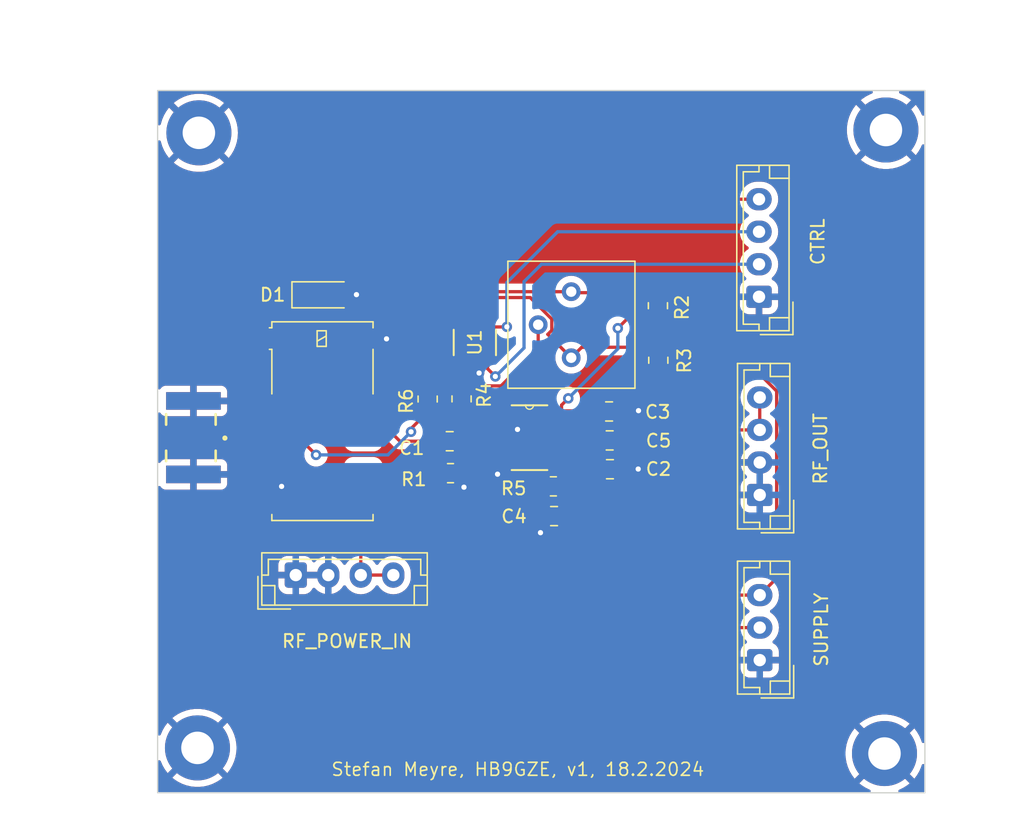
<source format=kicad_pcb>
(kicad_pcb (version 20221018) (generator pcbnew)
  (layers (0 "F.Cu" signal) (31 "B.Cu" signal) (34 "B.Paste" user) (35 "F.Paste" user) (36 "B.SilkS" user "B.Silkscreen") (37 "F.SilkS" user "F.Silkscreen") (38 "B.Mask" user) (39 "F.Mask" user) (44 "Edge.Cuts" user))
  (net 0 "")
  (net 1 "/RF2")
  (net 2 "/RF3")
  (net 3 "-5V")
  (net 4 "GND")
  (net 5 "+5V")
  (net 6 "Net-(U2-FDBK)")
  (net 7 "Net-(U2-VOUT)")
  (net 8 "Net-(RF_OUT1-Pin_3)")
  (net 9 "/PTT")
  (net 10 "/RF1")
  (net 11 "/RF_PWR_IN")
  (net 12 "/SCL")
  (net 13 "/SDA")
  (net 15 "Net-(K1-Pad4)")
  (net 16 "/A")
  (net 17 "/B")
  (net 18 "/W")
  (net 19 "Net-(U2-GPOS)")
  (footprint "Relay_SMD:Relay_DPDT_Kemet_EE2_NUH" (layer "F.Cu") (at 131.475 67.945)
    (fp_text reference "K1" hide)
    (fp_text value "EE2-3NUH" hide)
    (fp_line (start -3.89 -7.64) (end -3.89 -7.18) (stroke (width 0.12)) (layer "F.SilkS"))
    (fp_line (start -3.89 -7.18) (end -4.08 -7.18) (stroke (width 0.12)) (layer "F.SilkS"))
    (fp_line (start -3.89 -5.52) (end -4.08 -5.52) (stroke (width 0.12)) (layer "F.SilkS"))
    (fp_line (start -3.89 -5.52) (end -3.89 -2.1) (stroke (width 0.12)) (layer "F.SilkS"))
    (fp_line (start -3.89 7.18) (end -3.89 7.64) (stroke (width 0.12)) (layer "F.SilkS"))
    (fp_line (start -0.41 -6.95) (end -0.41 -5.75) (stroke (width 0.12)) (layer "F.SilkS"))
    (fp_line (start -0.41 -6.15) (end 0.29 -6.55) (stroke (width 0.12)) (layer "F.SilkS"))
    (fp_line (start -0.41 -5.75) (end 0.29 -5.75) (stroke (width 0.12)) (layer "F.SilkS"))
    (fp_line (start 0.29 -6.95) (end -0.41 -6.95) (stroke (width 0.12)) (layer "F.SilkS"))
    (fp_line (start 0.29 -5.75) (end 0.29 -6.95) (stroke (width 0.12)) (layer "F.SilkS"))
    (fp_line (start 3.89 -7.64) (end -3.89 -7.64) (stroke (width 0.12)) (layer "F.SilkS"))
    (fp_line (start 3.89 -7.64) (end 3.89 -7.18) (stroke (width 0.12)) (layer "F.SilkS"))
    (fp_line (start 3.89 -5.52) (end 3.89 -2.1) (stroke (width 0.12)) (layer "F.SilkS"))
    (fp_line (start 3.89 7.18) (end 3.89 7.64) (stroke (width 0.12)) (layer "F.SilkS"))
    (fp_line (start 3.89 7.64) (end -3.89 7.64) (stroke (width 0.12)) (layer "F.SilkS"))
    (pad "1" smd roundrect (at -3.145 -6.35 270) (size 1.11 2) (layers "F.Cu" "F.Paste" "F.Mask") (roundrect_rratio 0.225) (net 9 "/PTT"))
    (pad "3" smd roundrect (at -3.145 -1.27 270) (size 1.11 2) (layers "F.Cu" "F.Paste" "F.Mask") (roundrect_rratio 0.225))
    (pad "4" smd roundrect (at -3.145 1.27 270) (size 1.11 2) (layers "F.Cu" "F.Paste" "F.Mask") (roundrect_rratio 0.225) (net 15 "Net-(K1-Pad4)"))
    (pad "5" smd roundrect (at -3.145 3.81 270) (size 1.11 2) (layers "F.Cu" "F.Paste" "F.Mask") (roundrect_rratio 0.225) (net 4 "GND"))
    (pad "8" smd roundrect (at 3.145 3.81 270) (size 1.11 2) (layers "F.Cu" "F.Paste" "F.Mask") (roundrect_rratio 0.225) (net 11 "/RF_PWR_IN"))
    (pad "9" smd roundrect (at 3.145 1.27 270) (size 1.11 2) (layers "F.Cu" "F.Paste" "F.Mask") (roundrect_rratio 0.225) (net 10 "/RF1"))
    (pad "10" smd roundrect (at 3.145 -1.27 270) (size 1.11 2) (layers "F.Cu" "F.Paste" "F.Mask") (roundrect_rratio 0.225) (net 1 "/RF2"))
    (pad "12" smd roundrect (at 3.145 -6.35 270) (size 1.11 2) (layers "F.Cu" "F.Paste" "F.Mask") (roundrect_rratio 0.225) (net 4 "GND"))
  )
  (footprint "Resistor_SMD:R_0805_2012Metric_Pad1.20x1.40mm_HandSolder" (layer "F.Cu") (at 157.3008 63.262411 90)
    (fp_text reference "R3" (at -0.029867 2.001059 90) (layer "F.SilkS"))
    (fp_text value "10k" hide)
    (fp_line (start -0.227064 -0.735) (end 0.227064 -0.735) (stroke (width 0.12)) (layer "F.SilkS"))
    (fp_line (start -0.227064 0.735) (end 0.227064 0.735) (stroke (width 0.12)) (layer "F.SilkS"))
    (pad "1" smd roundrect (at -1 0 90) (size 1.2 1.4) (layers "F.Cu" "F.Paste" "F.Mask") (roundrect_rratio 0.2083333333) (net 3 "-5V"))
    (pad "2" smd roundrect (at 1 0 90) (size 1.2 1.4) (layers "F.Cu" "F.Paste" "F.Mask") (roundrect_rratio 0.2083333333) (net 17 "/B"))
  )
  (footprint "Resistor_SMD:R_0805_2012Metric_Pad1.20x1.40mm_HandSolder" (layer "F.Cu") (at 149.232463 72.958273 180)
    (fp_text reference "R5" (at 3.054029 -0.162154) (layer "F.SilkS"))
    (fp_text value "0R" hide)
    (fp_line (start -0.227064 -0.735) (end 0.227064 -0.735) (stroke (width 0.12)) (layer "F.SilkS"))
    (fp_line (start -0.227064 0.735) (end 0.227064 0.735) (stroke (width 0.12)) (layer "F.SilkS"))
    (pad "1" smd roundrect (at -1 0 180) (size 1.2 1.4) (layers "F.Cu" "F.Paste" "F.Mask") (roundrect_rratio 0.2083333333) (net 6 "Net-(U2-FDBK)"))
    (pad "2" smd roundrect (at 1 0 180) (size 1.2 1.4) (layers "F.Cu" "F.Paste" "F.Mask") (roundrect_rratio 0.2083333333) (net 7 "Net-(U2-VOUT)"))
  )
  (footprint "Capacitor_SMD:C_0805_2012Metric_Pad1.18x1.45mm_HandSolder" (layer "F.Cu") (at 153.58151 71.641025)
    (fp_text reference "C2" (at 3.736033 -0.013143) (layer "F.SilkS"))
    (fp_text value "100nF" hide)
    (fp_line (start -0.261252 -0.735) (end 0.261252 -0.735) (stroke (width 0.12)) (layer "F.SilkS"))
    (fp_line (start -0.261252 0.735) (end 0.261252 0.735) (stroke (width 0.12)) (layer "F.SilkS"))
    (pad "1" smd roundrect (at -1.0375 0) (size 1.175 1.45) (layers "F.Cu" "F.Paste" "F.Mask") (roundrect_rratio 0.2127659574) (net 3 "-5V"))
    (pad "2" smd roundrect (at 1.0375 0) (size 1.175 1.45) (layers "F.Cu" "F.Paste" "F.Mask") (roundrect_rratio 0.2127659574) (net 4 "GND"))
  )
  (footprint "Potentiometer_THT:Potentiometer_Bourns_3386P_Vertical" (layer "F.Cu") (at 150.603975 57.989623 180)
    (fp_text reference "RV1" hide)
    (fp_text value "5k" hide)
    (fp_line (start -4.9 -7.425) (end -4.9 2.345) (stroke (width 0.12)) (layer "F.SilkS"))
    (fp_line (start -4.9 -7.425) (end 4.87 -7.425) (stroke (width 0.12)) (layer "F.SilkS"))
    (fp_line (start -4.9 2.345) (end 4.87 2.345) (stroke (width 0.12)) (layer "F.SilkS"))
    (fp_line (start 4.87 -7.425) (end 4.87 2.345) (stroke (width 0.12)) (layer "F.SilkS"))
    (pad "1" thru_hole circle (at 0 0 180) (size 1.44 1.44) (drill 0.8) (layers "*.Cu" "*.Mask") (net 16 "/A"))
    (pad "2" thru_hole circle (at 2.54 -2.54 180) (size 1.44 1.44) (drill 0.8) (layers "*.Cu" "*.Mask") (net 18 "/W"))
    (pad "3" thru_hole circle (at 0 -5.08 180) (size 1.44 1.44) (drill 0.8) (layers "*.Cu" "*.Mask") (net 17 "/B"))
  )
  (footprint "Diode_SMD:D_SOD-123" (layer "F.Cu") (at 131.489604 58.230982)
    (fp_text reference "D1" (at -3.845191 0) (layer "F.SilkS"))
    (fp_text value "1N4148W" hide)
    (fp_line (start -2.36 -1) (end -2.36 1) (stroke (width 0.12)) (layer "F.SilkS"))
    (fp_line (start -2.36 -1) (end 1.65 -1) (stroke (width 0.12)) (layer "F.SilkS"))
    (fp_line (start -2.36 1) (end 1.65 1) (stroke (width 0.12)) (layer "F.SilkS"))
    (pad "1" smd roundrect (at -1.65 0) (size 0.9 1.2) (layers "F.Cu" "F.Paste" "F.Mask") (net 9 "/PTT"))
    (pad "2" smd roundrect (at 1.65 0) (size 0.9 1.2) (layers "F.Cu" "F.Paste" "F.Mask") (net 4 "GND"))
  )
  (footprint "Capacitor_SMD:C_0805_2012Metric_Pad1.18x1.45mm_HandSolder" (layer "F.Cu") (at 149.283362 75.245614)
    (fp_text reference "C4" (at -3.07838 0.025204) (layer "F.SilkS"))
    (fp_text value "5.6pF" hide)
    (fp_line (start -0.261252 -0.735) (end 0.261252 -0.735) (stroke (width 0.12)) (layer "F.SilkS"))
    (fp_line (start -0.261252 0.735) (end 0.261252 0.735) (stroke (width 0.12)) (layer "F.SilkS"))
    (pad "1" smd roundrect (at -1.0375 0) (size 1.175 1.45) (layers "F.Cu" "F.Paste" "F.Mask") (roundrect_rratio 0.2127659574) (net 4 "GND"))
    (pad "2" smd roundrect (at 1.0375 0) (size 1.175 1.45) (layers "F.Cu" "F.Paste" "F.Mask") (roundrect_rratio 0.2127659574) (net 6 "Net-(U2-FDBK)"))
  )
  (footprint "Private:AD603" (layer "F.Cu") (at 147.3962 69.215)
    (fp_text reference "U2" hide)
    (fp_text value "AD603ARZ" hide)
    (fp_line (start -1.3716 2.4892) (end 1.3716 2.4892) (stroke (width 0.1524)) (layer "F.SilkS"))
    (fp_line (start -0.3048 -2.4892) (end -1.3716 -2.4892) (stroke (width 0.1524)) (layer "F.SilkS"))
    (fp_line (start 0.3048 -2.4892) (end -0.3048 -2.4892) (stroke (width 0.1524)) (layer "F.SilkS"))
    (fp_line (start 1.3716 -2.4892) (end 0.3048 -2.4892) (stroke (width 0.1524)) (layer "F.SilkS"))
    (fp_arc (start 0.3048 -2.4892) (mid 0 -2.1844) (end -0.3048 -2.4892) (stroke (width 0.1)) (layer "F.SilkS"))
    (pad "1" smd rect (at -2.4638 -1.905) (size 1.9812 0.5588) (layers "F.Cu" "F.Paste" "F.Mask") (net 19 "Net-(U2-GPOS)"))
    (pad "2" smd rect (at -2.4638 -0.635) (size 1.9812 0.5588) (layers "F.Cu" "F.Paste" "F.Mask") (net 4 "GND"))
    (pad "3" smd rect (at -2.4638 0.635) (size 1.9812 0.5588) (layers "F.Cu" "F.Paste" "F.Mask") (net 2 "/RF3"))
    (pad "4" smd rect (at -2.4638 1.905) (size 1.9812 0.5588) (layers "F.Cu" "F.Paste" "F.Mask") (net 4 "GND"))
    (pad "5" smd rect (at 2.4638 1.905) (size 1.9812 0.5588) (layers "F.Cu" "F.Paste" "F.Mask") (net 6 "Net-(U2-FDBK)"))
    (pad "6" smd rect (at 2.4638 0.635) (size 1.9812 0.5588) (layers "F.Cu" "F.Paste" "F.Mask") (net 3 "-5V"))
    (pad "7" smd rect (at 2.4638 -0.635) (size 1.9812 0.5588) (layers "F.Cu" "F.Paste" "F.Mask") (net 7 "Net-(U2-VOUT)"))
    (pad "8" smd rect (at 2.4638 -1.905) (size 1.9812 0.5588) (layers "F.Cu" "F.Paste" "F.Mask") (net 5 "+5V"))
  )
  (footprint "MountingHole:MountingHole_2.5mm_Pad_TopBottom" (layer "F.Cu") (at 121.86471 93.06926)
    (fp_text reference "H3" hide)
    (fp_text value "MountingHole_Pad" hide)
    (pad "1" thru_hole circle (at 0 0) (size 2.9 2.9) (drill 2.5) (layers "*.Cu" "*.Mask") (net 4 "GND"))
    (pad "1" connect circle (at 0 0) (size 5 5) (layers "F.Cu" "F.Mask") (net 4 "GND"))
    (pad "1" connect circle (at 0 0) (size 5 5) (layers "B.Cu" "B.Mask") (net 4 "GND"))
  )
  (footprint "Private:AD5245" (layer "F.Cu") (at 143.193542 61.894956 90)
    (fp_text reference "U1" (at 0 0 90 unlocked) (layer "F.SilkS"))
    (fp_text value "AD5245BRJZ5-RL7" hide)
    (fp_line (start -0.9779 1.6256) (end 0.9779 1.6256) (stroke (width 0.1524)) (layer "F.SilkS"))
    (fp_line (start 0.9779 -1.6256) (end -0.9779 -1.6256) (stroke (width 0.1524)) (layer "F.SilkS"))
    (pad "1" smd rect (at -1.1938 -0.974999 90) (size 1.3208 0.381) (layers "F.Cu" "F.Paste" "F.Mask") (net 18 "/W"))
    (pad "2" smd rect (at -1.1938 -0.325001 90) (size 1.3208 0.381) (layers "F.Cu" "F.Paste" "F.Mask") (net 5 "+5V"))
    (pad "3" smd rect (at -1.1938 0.325001 90) (size 1.3208 0.381) (layers "F.Cu" "F.Paste" "F.Mask") (net 4 "GND"))
    (pad "4" smd rect (at -1.1938 0.974999 90) (size 1.3208 0.381) (layers "F.Cu" "F.Paste" "F.Mask") (net 12 "/SCL"))
    (pad "5" smd rect (at 1.1938 0.974999 90) (size 1.3208 0.381) (layers "F.Cu" "F.Paste" "F.Mask") (net 13 "/SDA"))
    (pad "6" smd rect (at 1.1938 0.325001 90) (size 1.3208 0.381) (layers "F.Cu" "F.Paste" "F.Mask") (net 4 "GND"))
    (pad "7" smd rect (at 1.1938 -0.325001 90) (size 1.3208 0.381) (layers "F.Cu" "F.Paste" "F.Mask") (net 17 "/B"))
    (pad "8" smd rect (at 1.1938 -0.974999 90) (size 1.3208 0.381) (layers "F.Cu" "F.Paste" "F.Mask") (net 16 "/A"))
  )
  (footprint "MountingHole:MountingHole_2.5mm_Pad_TopBottom" (layer "F.Cu") (at 174.801598 45.556233)
    (fp_text reference "H2" hide)
    (fp_text value "MountingHole_Pad" hide)
    (pad "1" thru_hole circle (at 0 0) (size 2.9 2.9) (drill 2.5) (layers "*.Cu" "*.Mask") (net 4 "GND"))
    (pad "1" connect circle (at 0 0) (size 5 5) (layers "F.Cu" "F.Mask") (net 4 "GND"))
    (pad "1" connect circle (at 0 0) (size 5 5) (layers "B.Cu" "B.Mask") (net 4 "GND"))
  )
  (footprint "Capacitor_SMD:C_0805_2012Metric_Pad1.18x1.45mm_HandSolder" (layer "F.Cu") (at 153.516584 67.198351 180)
    (fp_text reference "C3" (at -3.740002 -0.04058) (layer "F.SilkS"))
    (fp_text value "100nF" hide)
    (fp_line (start -0.261252 -0.735) (end 0.261252 -0.735) (stroke (width 0.12)) (layer "F.SilkS"))
    (fp_line (start -0.261252 0.735) (end 0.261252 0.735) (stroke (width 0.12)) (layer "F.SilkS"))
    (pad "1" smd roundrect (at -1.0375 0 180) (size 1.175 1.45) (layers "F.Cu" "F.Paste" "F.Mask") (roundrect_rratio 0.2127659574) (net 4 "GND"))
    (pad "2" smd roundrect (at 1.0375 0 180) (size 1.175 1.45) (layers "F.Cu" "F.Paste" "F.Mask") (roundrect_rratio 0.2127659574) (net 5 "+5V"))
  )
  (footprint "Resistor_SMD:R_0805_2012Metric_Pad1.20x1.40mm_HandSolder" (layer "F.Cu") (at 157.270934 59.065633 90)
    (fp_text reference "R2" (at -0.139246 1.851725 90) (layer "F.SilkS"))
    (fp_text value "10k" hide)
    (fp_line (start -0.227064 -0.735) (end 0.227064 -0.735) (stroke (width 0.12)) (layer "F.SilkS"))
    (fp_line (start -0.227064 0.735) (end 0.227064 0.735) (stroke (width 0.12)) (layer "F.SilkS"))
    (pad "1" smd roundrect (at -1 0 90) (size 1.2 1.4) (layers "F.Cu" "F.Paste" "F.Mask") (roundrect_rratio 0.2083333333) (net 5 "+5V"))
    (pad "2" smd roundrect (at 1 0 90) (size 1.2 1.4) (layers "F.Cu" "F.Paste" "F.Mask") (roundrect_rratio 0.2083333333) (net 16 "/A"))
  )
  (footprint "Resistor_SMD:R_0805_2012Metric_Pad1.20x1.40mm_HandSolder" (layer "F.Cu") (at 139.564256 66.242327 -90)
    (fp_text reference "R6" (at 0.163418 1.65225 90) (layer "F.SilkS"))
    (fp_text value "0R" hide)
    (fp_line (start -0.227064 -0.735) (end 0.227064 -0.735) (stroke (width 0.12)) (layer "F.SilkS"))
    (fp_line (start -0.227064 0.735) (end 0.227064 0.735) (stroke (width 0.12)) (layer "F.SilkS"))
    (pad "1" smd roundrect (at -1 0 270) (size 1.2 1.4) (layers "F.Cu" "F.Paste" "F.Mask") (roundrect_rratio 0.2083333333) (net 1 "/RF2"))
    (pad "2" smd roundrect (at 1 0 270) (size 1.2 1.4) (layers "F.Cu" "F.Paste" "F.Mask") (roundrect_rratio 0.2083333333) (net 15 "Net-(K1-Pad4)"))
  )
  (footprint "MountingHole:MountingHole_2.5mm_Pad_TopBottom" (layer "F.Cu") (at 174.693121 93.503169)
    (fp_text reference "H4" hide)
    (fp_text value "MountingHole_Pad" hide)
    (pad "1" thru_hole circle (at 0 0) (size 2.9 2.9) (drill 2.5) (layers "*.Cu" "*.Mask") (net 4 "GND"))
    (pad "1" connect circle (at 0 0) (size 5 5) (layers "F.Cu" "F.Mask") (net 4 "GND"))
    (pad "1" connect circle (at 0 0) (size 5 5) (layers "B.Cu" "B.Mask") (net 4 "GND"))
  )
  (footprint "MountingHole:MountingHole_2.5mm_Pad_TopBottom" (layer "F.Cu") (at 121.973187 45.773187)
    (fp_text reference "H1" hide)
    (fp_text value "MountingHole_Pad" hide)
    (pad "1" thru_hole circle (at 0 0) (size 2.9 2.9) (drill 2.5) (layers "*.Cu" "*.Mask") (net 4 "GND"))
    (pad "1" connect circle (at 0 0) (size 5 5) (layers "F.Cu" "F.Mask") (net 4 "GND"))
    (pad "1" connect circle (at 0 0) (size 5 5) (layers "B.Cu" "B.Mask") (net 4 "GND"))
  )
  (footprint "Connector_JST:JST_EH_B4B-EH-A_1x04_P2.50mm_Vertical" (layer "F.Cu") (at 165.044324 58.38 90)
    (fp_text reference "CTRL" (at 4.229859 4.518998 90) (layer "F.SilkS"))
    (fp_text value "CTRL" hide)
    (fp_line (start -2.91 0.11) (end -2.91 2.61) (stroke (width 0.12)) (layer "F.SilkS"))
    (fp_line (start -2.91 2.61) (end -0.41 2.61) (stroke (width 0.12)) (layer "F.SilkS"))
    (fp_line (start -2.61 -1.71) (end -2.61 2.31) (stroke (width 0.12)) (layer "F.SilkS"))
    (fp_line (start -2.61 0) (end -2.11 0) (stroke (width 0.12)) (layer "F.SilkS"))
    (fp_line (start -2.61 0.81) (end -1.61 0.81) (stroke (width 0.12)) (layer "F.SilkS"))
    (fp_line (start -2.61 2.31) (end 10.11 2.31) (stroke (width 0.12)) (layer "F.SilkS"))
    (fp_line (start -2.11 -1.21) (end 9.61 -1.21) (stroke (width 0.12)) (layer "F.SilkS"))
    (fp_line (start -2.11 0) (end -2.11 -1.21) (stroke (width 0.12)) (layer "F.SilkS"))
    (fp_line (start -1.61 0.81) (end -1.61 2.31) (stroke (width 0.12)) (layer "F.SilkS"))
    (fp_line (start 9.11 0.81) (end 9.11 2.31) (stroke (width 0.12)) (layer "F.SilkS"))
    (fp_line (start 9.61 -1.21) (end 9.61 0) (stroke (width 0.12)) (layer "F.SilkS"))
    (fp_line (start 9.61 0) (end 10.11 0) (stroke (width 0.12)) (layer "F.SilkS"))
    (fp_line (start 10.11 -1.71) (end -2.61 -1.71) (stroke (width 0.12)) (layer "F.SilkS"))
    (fp_line (start 10.11 0.81) (end 9.11 0.81) (stroke (width 0.12)) (layer "F.SilkS"))
    (fp_line (start 10.11 2.31) (end 10.11 -1.71) (stroke (width 0.12)) (layer "F.SilkS"))
    (pad "1" thru_hole roundrect (at 0 0 90) (size 1.7 1.95) (drill 0.95) (layers "*.Cu" "*.Mask") (roundrect_rratio 0.1470588235) (net 4 "GND"))
    (pad "2" thru_hole oval (at 2.5 0 90) (size 1.7 1.95) (drill 0.95) (layers "*.Cu" "*.Mask") (net 12 "/SCL"))
    (pad "3" thru_hole oval (at 5 0 90) (size 1.7 1.95) (drill 0.95) (layers "*.Cu" "*.Mask") (net 13 "/SDA"))
    (pad "4" thru_hole oval (at 7.5 0 90) (size 1.7 1.95) (drill 0.95) (layers "*.Cu" "*.Mask") (net 9 "/PTT"))
  )
  (footprint "Capacitor_SMD:C_0805_2012Metric_Pad1.18x1.45mm_HandSolder" (layer "F.Cu") (at 153.560693 69.42598)
    (fp_text reference "C5" (at 3.75685 0.027746) (layer "F.SilkS"))
    (fp_text value "100nF" hide)
    (fp_line (start -0.261252 -0.735) (end 0.261252 -0.735) (stroke (width 0.12)) (layer "F.SilkS"))
    (fp_line (start -0.261252 0.735) (end 0.261252 0.735) (stroke (width 0.12)) (layer "F.SilkS"))
    (pad "1" smd roundrect (at -1.0375 0) (size 1.175 1.45) (layers "F.Cu" "F.Paste" "F.Mask") (roundrect_rratio 0.2127659574) (net 7 "Net-(U2-VOUT)"))
    (pad "2" smd roundrect (at 1.0375 0) (size 1.175 1.45) (layers "F.Cu" "F.Paste" "F.Mask") (roundrect_rratio 0.2127659574) (net 8 "Net-(RF_OUT1-Pin_3)"))
  )
  (footprint "Connector_JST:JST_EH_B4B-EH-A_1x04_P2.50mm_Vertical" (layer "F.Cu") (at 165.1 73.62 90)
    (fp_text reference "RF_OUT" (at 3.552455 4.665221 90) (layer "F.SilkS"))
    (fp_text value "RF_OUT" hide)
    (fp_line (start -2.91 0.11) (end -2.91 2.61) (stroke (width 0.12)) (layer "F.SilkS"))
    (fp_line (start -2.91 2.61) (end -0.41 2.61) (stroke (width 0.12)) (layer "F.SilkS"))
    (fp_line (start -2.61 -1.71) (end -2.61 2.31) (stroke (width 0.12)) (layer "F.SilkS"))
    (fp_line (start -2.61 0) (end -2.11 0) (stroke (width 0.12)) (layer "F.SilkS"))
    (fp_line (start -2.61 0.81) (end -1.61 0.81) (stroke (width 0.12)) (layer "F.SilkS"))
    (fp_line (start -2.61 2.31) (end 10.11 2.31) (stroke (width 0.12)) (layer "F.SilkS"))
    (fp_line (start -2.11 -1.21) (end 9.61 -1.21) (stroke (width 0.12)) (layer "F.SilkS"))
    (fp_line (start -2.11 0) (end -2.11 -1.21) (stroke (width 0.12)) (layer "F.SilkS"))
    (fp_line (start -1.61 0.81) (end -1.61 2.31) (stroke (width 0.12)) (layer "F.SilkS"))
    (fp_line (start 9.11 0.81) (end 9.11 2.31) (stroke (width 0.12)) (layer "F.SilkS"))
    (fp_line (start 9.61 -1.21) (end 9.61 0) (stroke (width 0.12)) (layer "F.SilkS"))
    (fp_line (start 9.61 0) (end 10.11 0) (stroke (width 0.12)) (layer "F.SilkS"))
    (fp_line (start 10.11 -1.71) (end -2.61 -1.71) (stroke (width 0.12)) (layer "F.SilkS"))
    (fp_line (start 10.11 0.81) (end 9.11 0.81) (stroke (width 0.12)) (layer "F.SilkS"))
    (fp_line (start 10.11 2.31) (end 10.11 -1.71) (stroke (width 0.12)) (layer "F.SilkS"))
    (pad "1" thru_hole roundrect (at 0 0 90) (size 1.7 1.95) (drill 0.95) (layers "*.Cu" "*.Mask") (roundrect_rratio 0.1470588235) (net 4 "GND"))
    (pad "2" thru_hole oval (at 2.5 0 90) (size 1.7 1.95) (drill 0.95) (layers "*.Cu" "*.Mask") (net 4 "GND"))
    (pad "3" thru_hole oval (at 5 0 90) (size 1.7 1.95) (drill 0.95) (layers "*.Cu" "*.Mask") (net 8 "Net-(RF_OUT1-Pin_3)"))
    (pad "4" thru_hole oval (at 7.5 0 90) (size 1.7 1.95) (drill 0.95) (layers "*.Cu" "*.Mask") (net 8 "Net-(RF_OUT1-Pin_3)"))
  )
  (footprint "Resistor_SMD:R_0805_2012Metric_Pad1.20x1.40mm_HandSolder" (layer "F.Cu") (at 142.171655 66.231973 -90)
    (fp_text reference "R4" (at -0.29357 -1.73452 90) (layer "F.SilkS"))
    (fp_text value "100R" hide)
    (fp_line (start -0.227064 -0.735) (end 0.227064 -0.735) (stroke (width 0.12)) (layer "F.SilkS"))
    (fp_line (start -0.227064 0.735) (end 0.227064 0.735) (stroke (width 0.12)) (layer "F.SilkS"))
    (pad "1" smd roundrect (at -1 0 270) (size 1.2 1.4) (layers "F.Cu" "F.Paste" "F.Mask") (roundrect_rratio 0.2083333333) (net 18 "/W"))
    (pad "2" smd roundrect (at 1 0 270) (size 1.2 1.4) (layers "F.Cu" "F.Paste" "F.Mask") (roundrect_rratio 0.2083333333) (net 19 "Net-(U2-GPOS)"))
  )
  (footprint "Capacitor_SMD:C_0805_2012Metric_Pad1.18x1.45mm_HandSolder" (layer "F.Cu") (at 141.259849 69.487295)
    (fp_text reference "C1" (at -2.921139 0.535271) (layer "F.SilkS"))
    (fp_text value "100nF" hide)
    (fp_line (start -0.261252 -0.735) (end 0.261252 -0.735) (stroke (width 0.12)) (layer "F.SilkS"))
    (fp_line (start -0.261252 0.735) (end 0.261252 0.735) (stroke (width 0.12)) (layer "F.SilkS"))
    (pad "1" smd roundrect (at -1.0375 0) (size 1.175 1.45) (layers "F.Cu" "F.Paste" "F.Mask") (roundrect_rratio 0.2127659574) (net 1 "/RF2"))
    (pad "2" smd roundrect (at 1.0375 0) (size 1.175 1.45) (layers "F.Cu" "F.Paste" "F.Mask") (roundrect_rratio 0.2127659574) (net 2 "/RF3"))
  )
  (footprint "Resistor_SMD:R_0805_2012Metric_Pad1.20x1.40mm_HandSolder" (layer "F.Cu") (at 141.321536 71.944017)
    (fp_text reference "R1" (at -2.820273 0.476217) (layer "F.SilkS"))
    (fp_text value "100R" hide)
    (fp_line (start -0.227064 -0.735) (end 0.227064 -0.735) (stroke (width 0.12)) (layer "F.SilkS"))
    (fp_line (start -0.227064 0.735) (end 0.227064 0.735) (stroke (width 0.12)) (layer "F.SilkS"))
    (pad "1" smd roundrect (at -1 0) (size 1.2 1.4) (layers "F.Cu" "F.Paste" "F.Mask") (roundrect_rratio 0.2083333333) (net 1 "/RF2"))
    (pad "2" smd roundrect (at 1 0) (size 1.2 1.4) (layers "F.Cu" "F.Paste" "F.Mask") (roundrect_rratio 0.2083333333) (net 4 "GND"))
  )
  (footprint "Connector_JST:JST_EH_B4B-EH-A_1x04_P2.50mm_Vertical" (layer "F.Cu") (at 129.423221 79.779953)
    (fp_text reference "RF_POWER_IN" (at 3.945968 5.083261) (layer "F.SilkS"))
    (fp_text value "RF_POWER_IN" hide)
    (fp_line (start -2.91 0.11) (end -2.91 2.61) (stroke (width 0.12)) (layer "F.SilkS"))
    (fp_line (start -2.91 2.61) (end -0.41 2.61) (stroke (width 0.12)) (layer "F.SilkS"))
    (fp_line (start -2.61 -1.71) (end -2.61 2.31) (stroke (width 0.12)) (layer "F.SilkS"))
    (fp_line (start -2.61 0) (end -2.11 0) (stroke (width 0.12)) (layer "F.SilkS"))
    (fp_line (start -2.61 0.81) (end -1.61 0.81) (stroke (width 0.12)) (layer "F.SilkS"))
    (fp_line (start -2.61 2.31) (end 10.11 2.31) (stroke (width 0.12)) (layer "F.SilkS"))
    (fp_line (start -2.11 -1.21) (end 9.61 -1.21) (stroke (width 0.12)) (layer "F.SilkS"))
    (fp_line (start -2.11 0) (end -2.11 -1.21) (stroke (width 0.12)) (layer "F.SilkS"))
    (fp_line (start -1.61 0.81) (end -1.61 2.31) (stroke (width 0.12)) (layer "F.SilkS"))
    (fp_line (start 9.11 0.81) (end 9.11 2.31) (stroke (width 0.12)) (layer "F.SilkS"))
    (fp_line (start 9.61 -1.21) (end 9.61 0) (stroke (width 0.12)) (layer "F.SilkS"))
    (fp_line (start 9.61 0) (end 10.11 0) (stroke (width 0.12)) (layer "F.SilkS"))
    (fp_line (start 10.11 -1.71) (end -2.61 -1.71) (stroke (width 0.12)) (layer "F.SilkS"))
    (fp_line (start 10.11 0.81) (end 9.11 0.81) (stroke (width 0.12)) (layer "F.SilkS"))
    (fp_line (start 10.11 2.31) (end 10.11 -1.71) (stroke (width 0.12)) (layer "F.SilkS"))
    (pad "1" thru_hole roundrect (at 0 0) (size 1.7 1.95) (drill 0.95) (layers "*.Cu" "*.Mask") (roundrect_rratio 0.1470588235) (net 4 "GND"))
    (pad "2" thru_hole oval (at 2.5 0) (size 1.7 1.95) (drill 0.95) (layers "*.Cu" "*.Mask") (net 4 "GND"))
    (pad "3" thru_hole oval (at 5 0) (size 1.7 1.95) (drill 0.95) (layers "*.Cu" "*.Mask") (net 11 "/RF_PWR_IN"))
    (pad "4" thru_hole oval (at 7.5 0) (size 1.7 1.95) (drill 0.95) (layers "*.Cu" "*.Mask") (net 11 "/RF_PWR_IN"))
  )
  (footprint "Connector_JST:JST_EH_B3B-EH-A_1x03_P2.50mm_Vertical" (layer "F.Cu") (at 165.1 86.32 90)
    (fp_text reference "SUPPLY" (at 2.338846 4.733724 90) (layer "F.SilkS"))
    (fp_text value "SUPPLY" hide)
    (fp_line (start -2.91 0.11) (end -2.91 2.61) (stroke (width 0.12)) (layer "F.SilkS"))
    (fp_line (start -2.91 2.61) (end -0.41 2.61) (stroke (width 0.12)) (layer "F.SilkS"))
    (fp_line (start -2.61 -1.71) (end -2.61 2.31) (stroke (width 0.12)) (layer "F.SilkS"))
    (fp_line (start -2.61 0) (end -2.11 0) (stroke (width 0.12)) (layer "F.SilkS"))
    (fp_line (start -2.61 0.81) (end -1.61 0.81) (stroke (width 0.12)) (layer "F.SilkS"))
    (fp_line (start -2.61 2.31) (end 7.61 2.31) (stroke (width 0.12)) (layer "F.SilkS"))
    (fp_line (start -2.11 -1.21) (end 7.11 -1.21) (stroke (width 0.12)) (layer "F.SilkS"))
    (fp_line (start -2.11 0) (end -2.11 -1.21) (stroke (width 0.12)) (layer "F.SilkS"))
    (fp_line (start -1.61 0.81) (end -1.61 2.31) (stroke (width 0.12)) (layer "F.SilkS"))
    (fp_line (start 6.61 0.81) (end 6.61 2.31) (stroke (width 0.12)) (layer "F.SilkS"))
    (fp_line (start 7.11 -1.21) (end 7.11 0) (stroke (width 0.12)) (layer "F.SilkS"))
    (fp_line (start 7.11 0) (end 7.61 0) (stroke (width 0.12)) (layer "F.SilkS"))
    (fp_line (start 7.61 -1.71) (end -2.61 -1.71) (stroke (width 0.12)) (layer "F.SilkS"))
    (fp_line (start 7.61 0.81) (end 6.61 0.81) (stroke (width 0.12)) (layer "F.SilkS"))
    (fp_line (start 7.61 2.31) (end 7.61 -1.71) (stroke (width 0.12)) (layer "F.SilkS"))
    (pad "1" thru_hole roundrect (at 0 0 90) (size 1.7 1.95) (drill 0.95) (layers "*.Cu" "*.Mask") (roundrect_rratio 0.1470588235) (net 4 "GND"))
    (pad "2" thru_hole oval (at 2.5 0 90) (size 1.7 1.95) (drill 0.95) (layers "*.Cu" "*.Mask") (net 5 "+5V"))
    (pad "3" thru_hole oval (at 5 0 90) (size 1.7 1.95) (drill 0.95) (layers "*.Cu" "*.Mask") (net 3 "-5V"))
  )
  (footprint "Private:SAMTEC_SMA-J-P-H-ST-EM1" (layer "F.Cu") (at 121.3537 69.215 -90)
    (fp_text reference "J1" hide)
    (fp_text value "SMA" hide)
    (fp_line (start -1.8 -1.91) (end -1 -1.91) (stroke (width 0.2)) (layer "F.SilkS"))
    (fp_line (start -1.8 1.9) (end -1 1.9) (stroke (width 0.2)) (layer "F.SilkS"))
    (fp_line (start 1 -1.91) (end 1.8 -1.91) (stroke (width 0.2)) (layer "F.SilkS"))
    (fp_line (start 1 1.9) (end 1.8 1.9) (stroke (width 0.2)) (layer "F.SilkS"))
    (fp_circle (center 0.03 -2.62) (end 0.13 -2.62) (stroke (width 0.2)) (fill none) (layer "F.SilkS"))
    (pad "1" smd rect (at 0 0 270) (size 1.27 3.6) (layers "F.Cu" "F.Paste" "F.Mask") (net 10 "/RF1"))
    (pad "2_1" smd rect (at -2.825 -0.2 270) (size 1.35 4.2) (layers "F.Cu" "F.Paste" "F.Mask") (net 4 "GND"))
    (pad "2_2" smd rect (at -2.825 -0.2 270) (size 1.35 4.2) (layers "B.Cu" "B.Paste" "B.Mask") (net 4 "GND"))
    (pad "3_1" smd rect (at 2.825 -0.2 270) (size 1.35 4.2) (layers "F.Cu" "F.Paste" "F.Mask") (net 4 "GND"))
    (pad "3_2" smd rect (at 2.825 -0.2 270) (size 1.35 4.2) (layers "B.Cu" "B.Paste" "B.Mask") (net 4 "GND"))
  )
  (gr_rect (start 118.8 42.52) (end 177.8 96.52) (stroke (width 0.1)) (fill none) (layer "Edge.Cuts"))
  (gr_text "Stefan Meyre, HB9GZE, v1, 18.2.2024" (at 132.08 95.304079) (layer "F.SilkS") (effects (font (size 1 1) (thickness 0.125)) (justify left bottom)))
  (segment (start 137.678551 65.242327) (end 139.564256 65.242327) (width 0.25) (layer "F.Cu") (net 1))
  (segment (start 136.245878 66.675) (end 137.678551 65.242327) (width 0.25) (layer "F.Cu") (net 1))
  (segment (start 140.222349 71.84483) (end 140.321536 71.944017) (width 0.25) (layer "F.Cu") (net 1))
  (segment (start 134.62 66.675) (end 136.245878 66.675) (width 0.25) (layer "F.Cu") (net 1))
  (segment (start 134.62 66.675) (end 137.432295 69.487295) (width 0.25) (layer "F.Cu") (net 1))
  (segment (start 140.222349 69.487295) (end 140.222349 71.84483) (width 0.25) (layer "F.Cu") (net 1))
  (segment (start 137.432295 69.487295) (end 140.222349 69.487295) (width 0.25) (layer "F.Cu") (net 1))
  (segment (start 142.933303 69.487295) (end 143.296008 69.85) (width 0.25) (layer "F.Cu") (net 2))
  (segment (start 143.296008 69.85) (end 144.9324 69.85) (width 0.25) (layer "F.Cu") (net 2))
  (segment (start 142.297349 69.487295) (end 142.933303 69.487295) (width 0.25) (layer "F.Cu") (net 2))
  (segment (start 166.4 80.02) (end 165.1 81.32) (width 0.25) (layer "F.Cu") (net 3))
  (segment (start 165.1 81.32) (end 162.222985 81.32) (width 0.25) (layer "F.Cu") (net 3))
  (segment (start 162.222985 81.32) (end 152.54401 71.641025) (width 0.25) (layer "F.Cu") (net 3))
  (segment (start 149.86 69.85) (end 150.752985 69.85) (width 0.25) (layer "F.Cu") (net 3))
  (segment (start 150.752985 69.85) (end 152.54401 71.641025) (width 0.25) (layer "F.Cu") (net 3))
  (segment (start 166.4 65.633299) (end 166.4 80.02) (width 0.25) (layer "F.Cu") (net 3))
  (segment (start 157.3008 64.262411) (end 165.029112 64.262411) (width 0.25) (layer "F.Cu") (net 3))
  (segment (start 165.029112 64.262411) (end 166.4 65.633299) (width 0.25) (layer "F.Cu") (net 3))
  (segment (start 134.01989 58.215311) (end 134.08967 58.215311) (width 0.25) (layer "F.Cu") (net 4))
  (segment (start 143.518543 63.088756) (end 143.518543 60.701156) (width 0.25) (layer "F.Cu") (net 4))
  (segment (start 133.139604 58.230982) (end 134.004219 58.230982) (width 0.25) (layer "F.Cu") (net 4))
  (segment (start 155.730842 71.627069) (end 155.754102 71.627069) (width 0.25) (layer "F.Cu") (net 4))
  (segment (start 144.9324 71.993462) (end 144.938168 71.99923) (width 0.25) (layer "F.Cu") (net 4))
  (segment (start 144.938168 71.99923) (end 144.938168 72.02249) (width 0.25) (layer "F.Cu") (net 4))
  (segment (start 142.321536 71.944017) (end 142.321536 72.918129) (width 0.25) (layer "F.Cu") (net 4))
  (segment (start 136.33194 61.615934) (end 136.401721 61.615934) (width 0.25) (layer "F.Cu") (net 4))
  (segment (start 155.623846 67.198351) (end 155.777362 67.137875) (width 0.25) (layer "F.Cu") (net 4))
  (segment (start 134.004219 58.230982) (end 134.01989 58.215311) (width 0.25) (layer "F.Cu") (net 4))
  (segment (start 143.518543 64.047608) (end 143.521107 64.24659) (width 0.25) (layer "F.Cu") (net 4))
  (segment (start 136.401721 61.546153) (end 136.378461 61.569413) (width 0.25) (layer "F.Cu") (net 4))
  (segment (start 148.245862 75.245614) (end 148.245862 76.39062) (width 0.25) (layer "F.Cu") (net 4))
  (segment (start 154.61901 71.641025) (end 155.716886 71.641025) (width 0.25) (layer "F.Cu") (net 4))
  (segment (start 128.33 72.959395) (end 128.332802 72.962197) (width 0.25) (layer "F.Cu") (net 4))
  (segment (start 148.240065 76.396417) (end 148.240065 76.520472) (width 0.25) (layer "F.Cu") (net 4))
  (segment (start 134.08967 58.215311) (end 134.08967 58.145531) (width 0.25) (layer "F.Cu") (net 4))
  (segment (start 146.473333 68.58) (end 146.263992 68.60326) (width 0.25) (layer "F.Cu") (net 4))
  (segment (start 143.521107 64.24659) (end 143.521107 64.050172) (width 0.25) (layer "F.Cu") (net 4))
  (segment (start 144.9324 68.58) (end 146.240732 68.58) (width 0.25) (layer "F.Cu") (net 4))
  (segment (start 143.518543 63.088756) (end 143.518543 64.047608) (width 0.25) (layer "F.Cu") (net 4))
  (segment (start 148.11601 76.520472) (end 148.217838 76.418644) (width 0.25) (layer "F.Cu") (net 4))
  (segment (start 144.938168 72.02249) (end 144.961428 72.02249) (width 0.25) (layer "F.Cu") (net 4))
  (segment (start 155.730842 71.627069) (end 155.730842 71.627069) (width 0.25) (layer "F.Cu") (net 4))
  (segment (start 142.321536 72.918129) (end 142.3563 72.952893) (width 0.25) (layer "F.Cu") (net 4))
  (segment (start 148.245862 76.39062) (end 148.240065 76.396417) (width 0.25) (layer "F.Cu") (net 4))
  (segment (start 142.3563 72.952893) (end 142.3563 73.022673) (width 0.25) (layer "F.Cu") (net 4))
  (segment (start 146.240732 68.58) (end 146.473333 68.58) (width 0.25) (layer "F.Cu") (net 4))
  (segment (start 155.777362 67.137875) (end 155.637802 67.184395) (width 0.25) (layer "F.Cu") (net 4))
  (segment (start 154.554084 67.198351) (end 155.623846 67.198351) (width 0.25) (layer "F.Cu") (net 4))
  (segment (start 144.9324 71.12) (end 144.9324 71.993462) (width 0.25) (layer "F.Cu") (net 4))
  (segment (start 128.33 71.755) (end 128.33 72.959395) (width 0.25) (layer "F.Cu") (net 4))
  (segment (start 142.42608 73.022673) (end 142.37956 72.976153) (width 0.25) (layer "F.Cu") (net 4))
  (segment (start 134.08967 58.145531) (end 134.01989 58.215311) (width 0.25) (layer "F.Cu") (net 4))
  (segment (start 155.754102 71.627069) (end 155.754102 71.603809) (width 0.25) (layer "F.Cu") (net 4))
  (segment (start 155.754102 71.603809) (end 155.716886 71.641025) (width 0.25) (layer "F.Cu") (net 4))
  (segment (start 134.62 61.595) (end 136.352874 61.595) (width 0.25) (layer "F.Cu") (net 4))
  (segment (start 144.961428 72.02249) (end 144.938168 71.99923) (width 0.25) (layer "F.Cu") (net 4))
  (segment (start 136.352874 61.595) (end 136.33194 61.615934) (width 0.25) (layer "F.Cu") (net 4))
  (segment (start 142.3563 73.022673) (end 142.42608 73.022673) (width 0.25) (layer "F.Cu") (net 4))
  (segment (start 136.401721 61.615934) (end 136.401721 61.546153) (width 0.25) (layer "F.Cu") (net 4))
  (segment (start 148.240065 76.520472) (end 148.11601 76.520472) (width 0.25) (layer "F.Cu") (net 4))
  (via (at 142.3563 73.022673) (size 0.8) (drill 0.4) (layers "F.Cu" "B.Cu") (net 4))
  (via (at 148.240065 76.520472) (size 0.8) (drill 0.4) (layers "F.Cu" "B.Cu") (net 4))
  (via (at 143.521107 64.24659) (size 0.8) (drill 0.4) (layers "F.Cu" "B.Cu") (net 4))
  (via (at 144.938168 72.02249) (size 0.8) (drill 0.4) (layers "F.Cu" "B.Cu") (net 4))
  (via (at 136.401721 61.615934) (size 0.8) (drill 0.4) (layers "F.Cu" "B.Cu") (net 4))
  (via (at 155.777362 67.137875) (size 0.8) (drill 0.4) (layers "F.Cu" "B.Cu") (net 4))
  (via (at 134.08967 58.215311) (size 0.8) (drill 0.4) (layers "F.Cu" "B.Cu") (net 4))
  (via (at 128.332802 72.962197) (size 0.8) (drill 0.4) (layers "F.Cu" "B.Cu") (net 4))
  (via (at 146.473333 68.58) (size 0.8) (drill 0.4) (layers "F.Cu" "B.Cu") (net 4))
  (via (at 155.754102 71.627069) (size 0.8) (drill 0.4) (layers "F.Cu" "B.Cu") (net 4))
  (segment (start 149.86 66.710827) (end 150.378433 66.192394) (width 0.25) (layer "F.Cu") (net 5))
  (segment (start 141.476555 66.156973) (end 141.146655 65.827073) (width 0.25) (layer "F.Cu") (net 5))
  (segment (start 147.307463 68.592537) (end 148.59 67.31) (width 0.25) (layer "F.Cu") (net 5))
  (segment (start 148.706973 66.156973) (end 141.476555 66.156973) (width 0.25) (layer "F.Cu") (net 5))
  (segment (start 152.367435 67.31) (end 152.479084 67.198351) (width 0.25) (layer "F.Cu") (net 5))
  (segment (start 154.920099 60.065633) (end 157.270934 60.065633) (width 0.25) (layer "F.Cu") (net 5))
  (segment (start 142.793541 62.103356) (end 142.868541 62.178356) (width 0.25) (layer "F.Cu") (net 5))
  (segment (start 149.86 67.31) (end 148.706973 66.156973) (width 0.25) (layer "F.Cu") (net 5))
  (segment (start 148.59 67.31) (end 149.86 67.31) (width 0.25) (layer "F.Cu") (net 5))
  (segment (start 141.146655 65.827073) (end 141.146655 62.659744) (width 0.25) (layer "F.Cu") (net 5))
  (segment (start 142.868541 62.178356) (end 142.868541 63.088756) (width 0.25) (layer "F.Cu") (net 5))
  (segment (start 165.1 83.82) (end 154.514288 83.82) (width 0.25) (layer "F.Cu") (net 5))
  (segment (start 154.514288 83.82) (end 147.307463 76.613175) (width 0.25) (layer "F.Cu") (net 5))
  (segment (start 147.307463 76.613175) (end 147.307463 68.592537) (width 0.25) (layer "F.Cu") (net 5))
  (segment (start 141.146655 62.659744) (end 141.703043 62.103356) (width 0.25) (layer "F.Cu") (net 5))
  (segment (start 154.188286 60.797446) (end 154.920099 60.065633) (width 0.25) (layer "F.Cu") (net 5))
  (segment (start 149.86 67.31) (end 149.86 66.710827) (width 0.25) (layer "F.Cu") (net 5))
  (segment (start 141.703043 62.103356) (end 142.793541 62.103356) (width 0.25) (layer "F.Cu") (net 5))
  (segment (start 149.86 67.31) (end 152.367435 67.31) (width 0.25) (layer "F.Cu") (net 5))
  (via (at 154.188286 60.797446) (size 0.8) (drill 0.4) (layers "F.Cu" "B.Cu") (net 5))
  (via (at 150.378433 66.192394) (size 0.8) (drill 0.4) (layers "F.Cu" "B.Cu") (net 5))
  (segment (start 154.188286 62.382541) (end 154.188286 60.797446) (width 0.25) (layer "B.Cu") (net 5))
  (segment (start 150.378433 66.192394) (end 154.188286 62.382541) (width 0.25) (layer "B.Cu") (net 5))
  (segment (start 154.188286 60.797446) (end 154.188286 60.82812) (width 0.25) (layer "B.Cu") (net 5))
  (segment (start 149.86 71.301428) (end 150.232463 71.673891) (width 0.25) (layer "F.Cu") (net 6))
  (segment (start 150.232463 72.958273) (end 150.232463 75.157215) (width 0.25) (layer "F.Cu") (net 6))
  (segment (start 150.232463 71.673891) (end 150.232463 72.958273) (width 0.25) (layer "F.Cu") (net 6))
  (segment (start 150.232463 75.157215) (end 150.320862 75.245614) (width 0.25) (layer "F.Cu") (net 6))
  (segment (start 149.86 71.12) (end 149.86 71.301428) (width 0.25) (layer "F.Cu") (net 6))
  (segment (start 148.232463 72.958273) (end 148.232463 69.314194) (width 0.25) (layer "F.Cu") (net 7))
  (segment (start 151.677213 68.58) (end 152.523193 69.42598) (width 0.25) (layer "F.Cu") (net 7))
  (segment (start 148.232463 69.314194) (end 148.966657 68.58) (width 0.25) (layer "F.Cu") (net 7))
  (segment (start 149.86 68.58) (end 151.677213 68.58) (width 0.25) (layer "F.Cu") (net 7))
  (segment (start 148.966657 68.58) (end 149.86 68.58) (width 0.25) (layer "F.Cu") (net 7))
  (segment (start 154.598193 69.42598) (end 160.899916 69.42598) (width 0.25) (layer "F.Cu") (net 8))
  (segment (start 165.1 68.62) (end 165.1 66.12) (width 0.25) (layer "F.Cu") (net 8))
  (segment (start 161.705896 68.62) (end 165.1 68.62) (width 0.25) (layer "F.Cu") (net 8))
  (segment (start 160.899916 69.42598) (end 161.705896 68.62) (width 0.25) (layer "F.Cu") (net 8))
  (segment (start 137.190586 50.88) (end 165.044324 50.88) (width 0.25) (layer "F.Cu") (net 9))
  (segment (start 129.839604 58.230982) (end 137.190586 50.88) (width 0.25) (layer "F.Cu") (net 9))
  (segment (start 129.839604 60.085396) (end 129.839604 58.230982) (width 0.25) (layer "F.Cu") (net 9))
  (segment (start 128.33 61.595) (end 129.839604 60.085396) (width 0.25) (layer "F.Cu") (net 9))
  (segment (start 132.666153 68.075256) (end 132.689413 68.098516) (width 0.25) (layer "F.Cu") (net 10))
  (segment (start 124.199486 69.215) (end 125.33923 68.075256) (width 0.25) (layer "F.Cu") (net 10))
  (segment (start 132.689413 68.098516) (end 133.503516 68.098516) (width 0.25) (layer "F.Cu") (net 10))
  (segment (start 133.503516 68.098516) (end 134.62 69.215) (width 0.25) (layer "F.Cu") (net 10))
  (segment (start 125.33923 68.075256) (end 132.666153 68.075256) (width 0.25) (layer "F.Cu") (net 10))
  (segment (start 121.3537 69.215) (end 124.199486 69.215) (width 0.25) (layer "F.Cu") (net 10))
  (segment (start 136.923221 79.779953) (end 134.423221 79.779953) (width 0.25) (layer "F.Cu") (net 11))
  (segment (start 134.423221 79.779953) (end 134.423221 71.951779) (width 0.25) (layer "F.Cu") (net 11))
  (segment (start 134.423221 71.951779) (end 134.62 71.755) (width 0.25) (layer "F.Cu") (net 11))
  (segment (start 144.168541 63.088756) (end 144.168541 63.908527) (width 0.25) (layer "F.Cu") (net 12))
  (segment (start 144.168541 63.908527) (end 144.767487 64.507473) (width 0.25) (layer "F.Cu") (net 12))
  (via (at 144.767487 64.507473) (size 0.8) (drill 0.4) (layers "F.Cu" "B.Cu") (net 12))
  (segment (start 165.044324 55.88) (end 148.31553 55.88) (width 0.25) (layer "B.Cu") (net 12))
  (segment (start 146.97575 62.313736) (end 144.782013 64.507473) (width 0.25) (layer "B.Cu") (net 12))
  (segment (start 146.97575 57.21978) (end 146.97575 62.313736) (width 0.25) (layer "B.Cu") (net 12))
  (segment (start 144.782013 64.507473) (end 144.767487 64.507473) (width 0.25) (layer "B.Cu") (net 12))
  (segment (start 148.31553 55.88) (end 146.97575 57.21978) (width 0.25) (layer "B.Cu") (net 12))
  (segment (start 144.168541 60.701156) (end 145.645327 60.701156) (width 0.25) (layer "F.Cu") (net 13))
  (segment (start 145.645327 60.701156) (end 145.655267 60.691216) (width 0.25) (layer "F.Cu") (net 13))
  (via (at 145.655267 60.691216) (size 0.8) (drill 0.4) (layers "F.Cu" "B.Cu") (net 13))
  (segment (start 145.655267 57.284219) (end 149.559486 53.38) (width 0.25) (layer "B.Cu") (net 13))
  (segment (start 145.655267 60.691216) (end 145.655267 57.284219) (width 0.25) (layer "B.Cu") (net 13))
  (segment (start 149.559486 53.38) (end 165.044324 53.38) (width 0.25) (layer "B.Cu") (net 13))
  (segment (start 129.658626 69.215) (end 130.982124 70.538498) (width 0.25) (layer "F.Cu") (net 15))
  (segment (start 138.285787 68.520796) (end 139.564256 67.242327) (width 0.25) (layer "F.Cu") (net 15))
  (segment (start 128.33 69.215) (end 129.658626 69.215) (width 0.25) (layer "F.Cu") (net 15))
  (segment (start 138.285787 68.762795) (end 138.285787 68.520796) (width 0.25) (layer "F.Cu") (net 15))
  (segment (start 139.564256 67.769833) (end 139.564256 67.242327) (width 0.25) (layer "F.Cu") (net 15))
  (via (at 130.982124 70.538498) (size 0.8) (drill 0.4) (layers "F.Cu" "B.Cu") (net 15))
  (via (at 138.285787 68.762795) (size 0.8) (drill 0.4) (layers "F.Cu" "B.Cu") (net 15))
  (segment (start 130.982124 70.538498) (end 136.510084 70.538498) (width 0.25) (layer "B.Cu") (net 15))
  (segment (start 136.510084 70.538498) (end 138.285787 68.762795) (width 0.25) (layer "B.Cu") (net 15))
  (segment (start 150.603975 57.989623) (end 143.999673 57.989623) (width 0.25) (layer "F.Cu") (net 16))
  (segment (start 142.218543 59.770753) (end 142.218543 60.701156) (width 0.25) (layer "F.Cu") (net 16))
  (segment (start 150.679985 58.065633) (end 150.603975 57.989623) (width 0.25) (layer "F.Cu") (net 16))
  (segment (start 157.270934 58.065633) (end 150.679985 58.065633) (width 0.25) (layer "F.Cu") (net 16))
  (segment (start 143.999673 57.989623) (end 142.218543 59.770753) (width 0.25) (layer "F.Cu") (net 16))
  (segment (start 149.108975 60.096769) (end 147.451829 58.439623) (width 0.25) (layer "F.Cu") (net 17))
  (segment (start 150.603975 63.069623) (end 148.802902 61.26855) (width 0.25) (layer "F.Cu") (net 17))
  (segment (start 148.802902 61.26855) (end 149.108975 60.962477) (width 0.25) (layer "F.Cu") (net 17))
  (segment (start 147.451829 58.439623) (end 144.257958 58.439623) (width 0.25) (layer "F.Cu") (net 17))
  (segment (start 157.3008 62.262411) (end 151.411187 62.262411) (width 0.25) (layer "F.Cu") (net 17))
  (segment (start 151.411187 62.262411) (end 150.603975 63.069623) (width 0.25) (layer "F.Cu") (net 17))
  (segment (start 144.257958 58.439623) (end 142.868541 59.82904) (width 0.25) (layer "F.Cu") (net 17))
  (segment (start 142.868541 59.82904) (end 142.868541 60.701156) (width 0.25) (layer "F.Cu") (net 17))
  (segment (start 149.108975 60.962477) (end 149.108975 60.096769) (width 0.25) (layer "F.Cu") (net 17))
  (segment (start 148.063975 62.378602) (end 148.063975 60.529623) (width 0.25) (layer "F.Cu") (net 18))
  (segment (start 142.171655 65.231973) (end 145.210604 65.231973) (width 0.25) (layer "F.Cu") (net 18))
  (segment (start 142.171655 63.135644) (end 142.218543 63.088756) (width 0.25) (layer "F.Cu") (net 18))
  (segment (start 145.210604 65.231973) (end 148.063975 62.378602) (width 0.25) (layer "F.Cu") (net 18))
  (segment (start 142.171655 65.231973) (end 142.171655 63.135644) (width 0.25) (layer "F.Cu") (net 18))
  (segment (start 144.9324 67.31) (end 142.249682 67.31) (width 0.25) (layer "F.Cu") (net 19))
  (segment (start 142.249682 67.31) (end 142.171655 67.231973) (width 0.25) (layer "F.Cu") (net 19))
  (zone (net 4) (net_name "GND") (layer "F.Cu") (connect_pads (clearance 0.5)) (min_thickness 0.25) (fill yes (thermal_gap 0.5) (thermal_bridge_width 0.5))
    (polygon (pts (xy 109.22 35.56) (xy 185.42 35.56) (xy 185.42 99.06) (xy 109.22 99.06)))
  )
  (zone (net 4) (net_name "GND") (layer "B.Cu") (connect_pads (clearance 0.5)) (min_thickness 0.25) (fill yes (thermal_gap 0.5) (thermal_bridge_width 0.5))
    (polygon (pts (xy 106.68 35.56) (xy 182.88 35.56) (xy 182.88 99.06) (xy 106.68 99.06) (xy 106.68 35.56)))
  )
)
</source>
